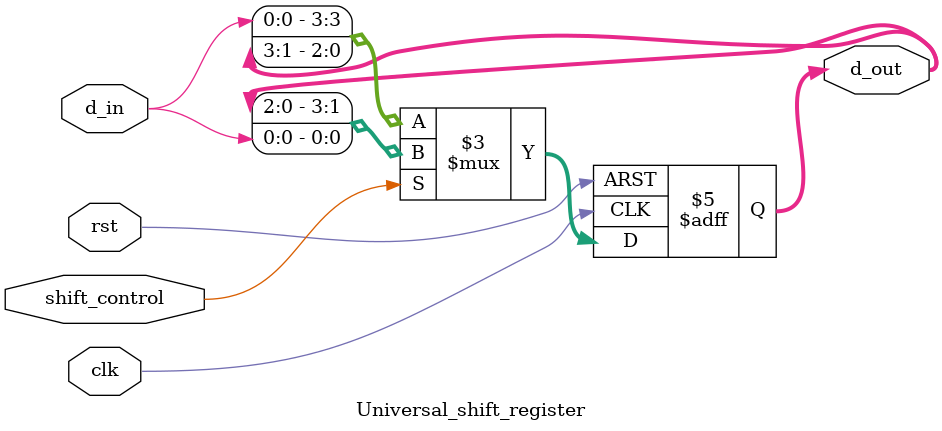
<source format=v>
module lab3_ex8(SW,LEDR,LEDG);
	input [17:0] SW;
	output [17:0] LEDR;
	output [7:0]LEDG;
	assign LEDR=SW;
	Universal_shift_register DUT(.clk(SW[3]), .rst(SW[2]),.shift_control(SW[1]),.d_in(SW[0]),.d_out(LEDG[3:0]));
endmodule

module Universal_shift_register(
        input clk, // clock input
        input rst, // reset input
		input shift_control,
        input d_in, // data input
        output reg [3:0] d_out // data output
          );
        always @(posedge clk or posedge rst) begin
        if (rst) begin
                 d_out <= 4'b0000;
            end
        else
		    begin
			 if(shift_control) begin
                     d_out<={d_out[2:0],d_in};  // shift left 
			 end
			 else   begin
			        d_out<={d_in,d_out[3:1]};  // shift right
			 end
		   end	 
    end
endmodule
</source>
